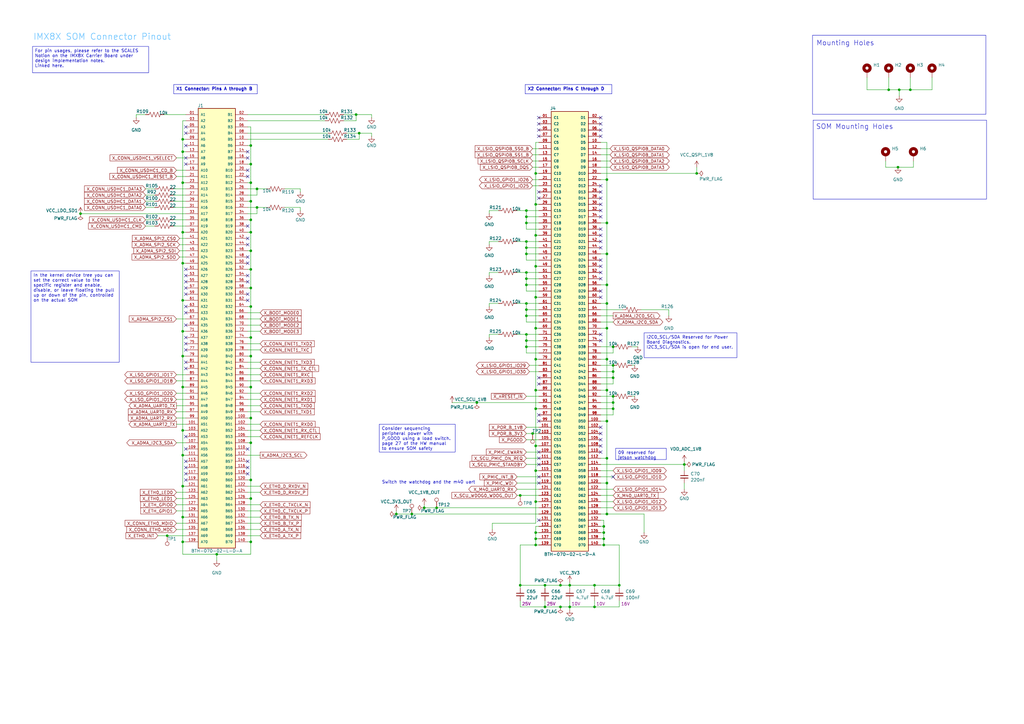
<source format=kicad_sch>
(kicad_sch (version 20250114) (generator "eeschema") (generator_version "9.0")
  (paper "A3")
  (rectangle (start 333.248 14.478) (end 404.368 46.863))
  (rectangle (start 333.502 49.276) (end 404.622 81.661))
  (text "Mounting Holes" (at 346.71 17.78 0) (effects (font (size 2.032 2.032) (thickness 0.1524) (bold yes))))
  (text "Switch the watchdog and the m40 uart" (at 175.768 197.866 0) (effects (font (size 1.27 1.27))))
  (text "SOM Mounting Holes" (at 350.52 52.07 0) (effects (font (size 2.032 2.032) (thickness 0.1524) (bold yes))))
  (text "IMX8X SOM Connector Pinout" (at 41.91 15.24 0) (effects (font (size 2.54 2.54) (thickness 0.254) (bold yes))))
  (text_box "Consider sequencing peripheral power with P_GOOD using a load switch. page 27 of the HW manual to ensure SOM safety" (at 155.575 173.99 0) (size 31.115 11.43) (margins 0.9525 0.9525 0.9525 0.9525) (effects (font (size 1.27 1.27)) (justify left top)))
  (text_box "X2 Connector: Pins C through D" (at 215.392 34.671 0) (size 35.56 3.81) (margins 0.9525 0.9525 0.9525 0.9525) (effects (font (size 1.27 1.27) (thickness 0.254) (bold yes)) (justify left top)))
  (text_box "In the kernel device tree you can set the correct value to the specific register and enable, disable, or leave floating the pull up or down of the pin, controlled on the actual SOM\n" (at 12.7 111.125 0) (size 36.195 37.465) (margins 0.9525 0.9525 0.9525 0.9525) (effects (font (size 1.27 1.27)) (justify left top)))
  (text_box "I2C0_SCL/SDA Reserved for Power Board Diagnostics. \nI2C3_SCL/SDA is open for end user." (at 264.16 136.525 0) (size 38.1 10.16) (margins 0.9525 0.9525 0.9525 0.9525) (effects (font (size 1.27 1.27)) (justify left top)))
  (text_box "09 reserved for jetson watchdog" (at 252.476 183.896 0) (size 20.828 4.572) (margins 0.9525 0.9525 0.9525 0.9525) (effects (font (size 1.27 1.27)) (justify left top)))
  (text_box "For pin usages, please refer to the SCALES Notion on the IMX8X Carrier Board under design implementation notes.\nLinked here." (at 13.335 19.05 0) (size 47.625 10.795) (margins 0.9525 0.9525 0.9525 0.9525) (effects (font (size 1.27 1.27)) (justify left top)))
  (text_box "X1 Connector: Pins A through B" (at 71.247 34.671 0) (size 34.29 3.81) (margins 0.9525 0.9525 0.9525 0.9525) (effects (font (size 1.27 1.27) (thickness 0.254) (bold yes)) (justify left top)))
  (junction (at 251.46 165.1))
  (junction (at 74.93 199.39))
  (junction (at 102.87 95.25))
  (junction (at 223.52 240.03))
  (junction (at 102.87 125.73))
  (junction (at 368.3 68.58))
  (junction (at 233.68 248.92))
  (junction (at 219.71 182.88))
  (junction (at 248.92 124.46))
  (junction (at 215.9 88.9))
  (junction (at 248.92 91.44))
  (junction (at 168.91 210.82))
  (junction (at 368.808 36.83))
  (junction (at 233.68 240.03))
  (junction (at 248.92 210.82))
  (junction (at 219.71 121.92))
  (junction (at 74.93 212.09))
  (junction (at 373.38 36.83))
  (junction (at 219.71 96.52))
  (junction (at 251.46 152.4))
  (junction (at 215.9 137.16))
  (junction (at 213.36 240.03))
  (junction (at 215.9 99.06))
  (junction (at 248.92 116.84))
  (junction (at 102.87 146.05))
  (junction (at 251.46 142.24))
  (junction (at 251.46 154.94))
  (junction (at 254 240.03))
  (junction (at 102.87 102.87))
  (junction (at 102.87 74.93))
  (junction (at 219.71 193.04))
  (junction (at 105.41 77.47))
  (junction (at 248.92 172.72))
  (junction (at 213.36 203.2))
  (junction (at 74.93 176.53))
  (junction (at 215.9 124.46))
  (junction (at 223.52 248.92))
  (junction (at 248.92 147.32))
  (junction (at 215.9 111.76))
  (junction (at 248.92 160.02))
  (junction (at 215.9 129.54))
  (junction (at 215.9 114.3))
  (junction (at 229.87 240.03))
  (junction (at 102.87 222.25))
  (junction (at 248.92 187.96))
  (junction (at 247.65 215.9))
  (junction (at 215.9 139.7))
  (junction (at 219.71 109.22))
  (junction (at 102.87 118.11))
  (junction (at 74.93 95.25))
  (junction (at 102.87 204.47))
  (junction (at 74.93 222.25))
  (junction (at 215.9 142.24))
  (junction (at 215.9 91.44))
  (junction (at 74.93 57.15))
  (junction (at 219.71 220.98))
  (junction (at 102.87 67.31))
  (junction (at 219.71 147.32))
  (junction (at 219.71 134.62))
  (junction (at 105.41 85.09))
  (junction (at 215.9 101.6))
  (junction (at 251.46 167.64))
  (junction (at 102.87 181.61))
  (junction (at 74.93 186.69))
  (junction (at 280.67 190.5))
  (junction (at 248.92 104.14))
  (junction (at 215.9 116.84))
  (junction (at 219.71 205.74))
  (junction (at 68.58 219.71))
  (junction (at 219.71 83.82))
  (junction (at 146.05 46.99))
  (junction (at 248.92 134.62))
  (junction (at 102.87 110.49))
  (junction (at 102.87 171.45))
  (junction (at 285.75 71.12))
  (junction (at 195.58 165.1))
  (junction (at 247.65 220.98))
  (junction (at 102.87 90.17))
  (junction (at 218.44 177.8))
  (junction (at 219.71 223.52))
  (junction (at 173.99 208.28))
  (junction (at 247.65 223.52))
  (junction (at 74.93 123.19))
  (junction (at 243.84 240.03))
  (junction (at 74.93 158.75))
  (junction (at 74.93 146.05))
  (junction (at 219.71 160.02))
  (junction (at 74.93 74.93))
  (junction (at 215.9 127))
  (junction (at 219.71 167.64))
  (junction (at 364.49 36.83))
  (junction (at 215.9 86.36))
  (junction (at 219.71 218.44))
  (junction (at 102.87 138.43))
  (junction (at 229.87 248.92))
  (junction (at 248.92 198.12))
  (junction (at 179.07 208.28))
  (junction (at 74.93 107.95))
  (junction (at 248.92 73.66))
  (junction (at 102.87 158.75))
  (junction (at 102.87 82.55))
  (junction (at 102.87 59.69))
  (junction (at 88.9 227.33))
  (junction (at 251.46 162.56))
  (junction (at 33.02 87.63))
  (junction (at 74.93 135.89))
  (junction (at 251.46 149.86))
  (junction (at 74.93 62.23))
  (junction (at 215.9 104.14))
  (junction (at 219.71 71.12))
  (junction (at 243.84 248.92))
  (junction (at 162.56 210.82))
  (junction (at 102.87 196.85))
  (junction (at 247.65 218.44))
  (junction (at 147.32 54.61))
  (no_connect (at 246.38 83.82))
  (no_connect (at 101.6 105.41))
  (no_connect (at 246.38 175.26))
  (no_connect (at 76.2 110.49))
  (no_connect (at 246.38 137.16))
  (no_connect (at 101.6 69.85))
  (no_connect (at 246.38 180.34))
  (no_connect (at 76.2 125.73))
  (no_connect (at 220.98 81.28))
  (no_connect (at 76.2 151.13))
  (no_connect (at 101.6 191.77))
  (no_connect (at 76.2 52.07))
  (no_connect (at 220.98 157.48))
  (no_connect (at 101.6 100.33))
  (no_connect (at 246.38 50.8))
  (no_connect (at 220.98 213.36))
  (no_connect (at 246.38 119.38))
  (no_connect (at 220.98 195.58))
  (no_connect (at 246.38 99.06))
  (no_connect (at 76.2 120.65))
  (no_connect (at 246.38 53.34))
  (no_connect (at 220.98 78.74))
  (no_connect (at 220.98 187.96))
  (no_connect (at 220.98 154.94))
  (no_connect (at 246.38 114.3))
  (no_connect (at 220.98 170.18))
  (no_connect (at 76.2 196.85))
  (no_connect (at 76.2 59.69))
  (no_connect (at 101.6 62.23))
  (no_connect (at 101.6 184.15))
  (no_connect (at 220.98 50.8))
  (no_connect (at 246.38 106.68))
  (no_connect (at 76.2 194.31))
  (no_connect (at 251.46 195.58))
  (no_connect (at 246.38 139.7))
  (no_connect (at 220.98 190.5))
  (no_connect (at 101.6 189.23))
  (no_connect (at 76.2 179.07))
  (no_connect (at 246.38 111.76))
  (no_connect (at 246.38 88.9))
  (no_connect (at 101.6 115.57))
  (no_connect (at 220.98 185.42))
  (no_connect (at 101.6 97.79))
  (no_connect (at 101.6 113.03))
  (no_connect (at 246.38 55.88))
  (no_connect (at 76.2 191.77))
  (no_connect (at 246.38 76.2))
  (no_connect (at 76.2 67.31))
  (no_connect (at 101.6 72.39))
  (no_connect (at 246.38 86.36))
  (no_connect (at 246.38 101.6))
  (no_connect (at 246.38 81.28))
  (no_connect (at 76.2 133.35))
  (no_connect (at 76.2 143.51))
  (no_connect (at 246.38 177.8))
  (no_connect (at 220.98 55.88))
  (no_connect (at 246.38 109.22))
  (no_connect (at 246.38 96.52))
  (no_connect (at 220.98 53.34))
  (no_connect (at 246.38 93.98))
  (no_connect (at 101.6 194.31))
  (no_connect (at 76.2 54.61))
  (no_connect (at 76.2 148.59))
  (no_connect (at 246.38 78.74))
  (no_connect (at 76.2 140.97))
  (no_connect (at 101.6 120.65))
  (no_connect (at 76.2 128.27))
  (no_connect (at 76.2 118.11))
  (no_connect (at 220.98 172.72))
  (no_connect (at 246.38 185.42))
  (no_connect (at 101.6 92.71))
  (no_connect (at 76.2 138.43))
  (no_connect (at 220.98 48.26))
  (no_connect (at 76.2 115.57))
  (no_connect (at 101.6 64.77))
  (no_connect (at 76.2 184.15))
  (no_connect (at 101.6 123.19))
  (no_connect (at 246.38 121.92))
  (no_connect (at 220.98 198.12))
  (no_connect (at 76.2 64.77))
  (no_connect (at 101.6 107.95))
  (no_connect (at 76.2 113.03))
  (no_connect (at 76.2 189.23))
  (no_connect (at 246.38 182.88))
  (no_connect (at 246.38 48.26))
  (wire (pts (xy 72.39 72.39) (xy 76.2 72.39)))
  (wire (pts (xy 264.16 218.44) (xy 264.16 210.82)))
  (wire (pts (xy 101.6 90.17) (xy 102.87 90.17)))
  (wire (pts (xy 101.6 196.85) (xy 102.87 196.85)))
  (wire (pts (xy 220.98 147.32) (xy 219.71 147.32)))
  (wire (pts (xy 76.2 158.75) (xy 74.93 158.75)))
  (wire (pts (xy 72.39 69.85) (xy 76.2 69.85)))
  (wire (pts (xy 363.22 66.04) (xy 363.22 68.58)))
  (wire (pts (xy 246.38 58.42) (xy 248.92 58.42)))
  (wire (pts (xy 220.98 142.24) (xy 215.9 142.24)))
  (wire (pts (xy 147.32 54.61) (xy 147.32 57.15)))
  (wire (pts (xy 74.93 212.09) (xy 76.2 212.09)))
  (wire (pts (xy 364.49 31.75) (xy 364.49 36.83)))
  (wire (pts (xy 101.6 80.01) (xy 105.41 80.01)))
  (wire (pts (xy 220.98 119.38) (xy 215.9 119.38)))
  (wire (pts (xy 215.9 175.26) (xy 220.98 175.26)))
  (wire (pts (xy 101.6 161.29) (xy 106.68 161.29)))
  (wire (pts (xy 72.39 161.29) (xy 76.2 161.29)))
  (wire (pts (xy 74.93 222.25) (xy 76.2 222.25)))
  (wire (pts (xy 246.38 157.48) (xy 251.46 157.48)))
  (wire (pts (xy 101.6 138.43) (xy 102.87 138.43)))
  (wire (pts (xy 200.66 137.16) (xy 200.66 138.43)))
  (wire (pts (xy 233.68 248.92) (xy 233.68 250.19)))
  (wire (pts (xy 101.6 49.53) (xy 133.35 49.53)))
  (wire (pts (xy 88.9 229.87) (xy 88.9 227.33)))
  (wire (pts (xy 246.38 165.1) (xy 251.46 165.1)))
  (wire (pts (xy 102.87 90.17) (xy 102.87 95.25)))
  (wire (pts (xy 101.6 85.09) (xy 105.41 85.09)))
  (wire (pts (xy 215.9 93.98) (xy 215.9 91.44)))
  (wire (pts (xy 215.9 137.16) (xy 220.98 137.16)))
  (wire (pts (xy 105.41 80.01) (xy 105.41 77.47)))
  (wire (pts (xy 251.46 142.24) (xy 251.46 144.78)))
  (wire (pts (xy 246.38 129.54) (xy 251.46 129.54)))
  (wire (pts (xy 220.98 132.08) (xy 215.9 132.08)))
  (wire (pts (xy 72.39 156.21) (xy 76.2 156.21)))
  (wire (pts (xy 213.36 240.03) (xy 223.52 240.03)))
  (wire (pts (xy 251.46 149.86) (xy 251.46 152.4)))
  (wire (pts (xy 101.6 171.45) (xy 102.87 171.45)))
  (wire (pts (xy 246.38 91.44) (xy 248.92 91.44)))
  (wire (pts (xy 248.92 73.66) (xy 248.92 91.44)))
  (wire (pts (xy 280.67 190.5) (xy 280.67 193.04)))
  (wire (pts (xy 74.93 123.19) (xy 74.93 135.89)))
  (wire (pts (xy 33.02 87.63) (xy 76.2 87.63)))
  (wire (pts (xy 254 241.3) (xy 254 240.03)))
  (wire (pts (xy 204.47 137.16) (xy 200.66 137.16)))
  (wire (pts (xy 246.38 142.24) (xy 251.46 142.24)))
  (wire (pts (xy 215.9 132.08) (xy 215.9 129.54)))
  (wire (pts (xy 215.9 86.36) (xy 220.98 86.36)))
  (wire (pts (xy 142.24 54.61) (xy 147.32 54.61)))
  (wire (pts (xy 219.71 83.82) (xy 219.71 71.12)))
  (wire (pts (xy 220.98 220.98) (xy 219.71 220.98)))
  (wire (pts (xy 220.98 114.3) (xy 215.9 114.3)))
  (wire (pts (xy 102.87 118.11) (xy 102.87 125.73)))
  (wire (pts (xy 64.77 219.71) (xy 68.58 219.71)))
  (wire (pts (xy 246.38 160.02) (xy 248.92 160.02)))
  (wire (pts (xy 101.6 201.93) (xy 106.68 201.93)))
  (wire (pts (xy 220.98 139.7) (xy 215.9 139.7)))
  (wire (pts (xy 147.32 57.15) (xy 142.24 57.15)))
  (wire (pts (xy 72.39 163.83) (xy 76.2 163.83)))
  (wire (pts (xy 102.87 146.05) (xy 102.87 158.75)))
  (wire (pts (xy 220.98 134.62) (xy 219.71 134.62)))
  (wire (pts (xy 152.4 54.61) (xy 152.4 55.88)))
  (wire (pts (xy 74.93 95.25) (xy 74.93 107.95)))
  (wire (pts (xy 200.66 111.76) (xy 200.66 113.03)))
  (wire (pts (xy 246.38 149.86) (xy 251.46 149.86)))
  (wire (pts (xy 247.65 213.36) (xy 247.65 215.9)))
  (wire (pts (xy 101.6 148.59) (xy 106.68 148.59)))
  (wire (pts (xy 220.98 96.52) (xy 219.71 96.52)))
  (wire (pts (xy 254 248.92) (xy 243.84 248.92)))
  (wire (pts (xy 105.41 87.63) (xy 105.41 85.09)))
  (wire (pts (xy 254 246.38) (xy 254 248.92)))
  (wire (pts (xy 101.6 214.63) (xy 106.68 214.63)))
  (wire (pts (xy 101.6 143.51) (xy 106.68 143.51)))
  (wire (pts (xy 105.41 77.47) (xy 109.22 77.47)))
  (wire (pts (xy 59.69 77.47) (xy 63.5 77.47)))
  (wire (pts (xy 152.4 46.99) (xy 152.4 48.26)))
  (wire (pts (xy 102.87 102.87) (xy 102.87 110.49)))
  (wire (pts (xy 59.69 85.09) (xy 63.5 85.09)))
  (wire (pts (xy 72.39 173.99) (xy 76.2 173.99)))
  (wire (pts (xy 101.6 209.55) (xy 106.68 209.55)))
  (wire (pts (xy 76.2 107.95) (xy 74.93 107.95)))
  (wire (pts (xy 220.98 88.9) (xy 215.9 88.9)))
  (wire (pts (xy 223.52 248.92) (xy 229.87 248.92)))
  (wire (pts (xy 248.92 187.96) (xy 246.38 187.96)))
  (wire (pts (xy 229.87 240.03) (xy 233.68 240.03)))
  (wire (pts (xy 59.69 46.99) (xy 55.88 46.99)))
  (wire (pts (xy 229.87 248.92) (xy 233.68 248.92)))
  (wire (pts (xy 246.38 73.66) (xy 248.92 73.66)))
  (wire (pts (xy 248.92 198.12) (xy 248.92 187.96)))
  (wire (pts (xy 74.93 57.15) (xy 76.2 57.15)))
  (wire (pts (xy 248.92 58.42) (xy 248.92 73.66)))
  (wire (pts (xy 59.69 80.01) (xy 63.5 80.01)))
  (wire (pts (xy 74.93 227.33) (xy 74.93 222.25)))
  (wire (pts (xy 212.09 203.2) (xy 213.36 203.2)))
  (wire (pts (xy 248.92 187.96) (xy 248.92 172.72)))
  (wire (pts (xy 213.36 248.92) (xy 223.52 248.92)))
  (wire (pts (xy 246.38 134.62) (xy 248.92 134.62)))
  (wire (pts (xy 74.93 74.93) (xy 76.2 74.93)))
  (wire (pts (xy 212.09 200.66) (xy 220.98 200.66)))
  (wire (pts (xy 218.44 177.8) (xy 220.98 177.8)))
  (wire (pts (xy 101.6 212.09) (xy 106.68 212.09)))
  (wire (pts (xy 251.46 162.56) (xy 251.46 165.1)))
  (wire (pts (xy 259.08 142.24) (xy 261.62 142.24)))
  (wire (pts (xy 248.92 160.02) (xy 248.92 172.72)))
  (wire (pts (xy 250.19 66.04) (xy 246.38 66.04)))
  (wire (pts (xy 201.93 214.63) (xy 201.93 217.17)))
  (wire (pts (xy 204.47 99.06) (xy 200.66 99.06)))
  (wire (pts (xy 233.68 240.03) (xy 233.68 241.3)))
  (wire (pts (xy 219.71 134.62) (xy 219.71 147.32)))
  (wire (pts (xy 248.92 91.44) (xy 248.92 104.14)))
  (wire (pts (xy 280.67 189.23) (xy 280.67 190.5)))
  (wire (pts (xy 219.71 215.9) (xy 219.71 218.44)))
  (wire (pts (xy 246.38 170.18) (xy 251.46 170.18)))
  (wire (pts (xy 101.6 125.73) (xy 102.87 125.73)))
  (wire (pts (xy 220.98 104.14) (xy 215.9 104.14)))
  (wire (pts (xy 72.39 64.77) (xy 76.2 64.77)))
  (wire (pts (xy 106.68 133.35) (xy 101.6 133.35)))
  (wire (pts (xy 212.09 137.16) (xy 215.9 137.16)))
  (wire (pts (xy 218.44 63.5) (xy 220.98 63.5)))
  (wire (pts (xy 74.93 199.39) (xy 74.93 212.09)))
  (wire (pts (xy 233.68 248.92) (xy 243.84 248.92)))
  (wire (pts (xy 74.93 176.53) (xy 74.93 186.69)))
  (wire (pts (xy 355.6 31.75) (xy 355.6 36.83)))
  (wire (pts (xy 102.87 52.07) (xy 102.87 59.69)))
  (wire (pts (xy 101.6 217.17) (xy 106.68 217.17)))
  (wire (pts (xy 219.71 182.88) (xy 220.98 182.88)))
  (wire (pts (xy 285.75 71.12) (xy 285.75 68.58)))
  (wire (pts (xy 364.49 36.83) (xy 368.808 36.83)))
  (wire (pts (xy 102.87 138.43) (xy 102.87 146.05)))
  (wire (pts (xy 179.07 208.28) (xy 220.98 208.28)))
  (wire (pts (xy 101.6 95.25) (xy 102.87 95.25)))
  (wire (pts (xy 101.6 87.63) (xy 105.41 87.63)))
  (wire (pts (xy 248.92 134.62) (xy 248.92 147.32)))
  (wire (pts (xy 74.93 186.69) (xy 74.93 199.39)))
  (wire (pts (xy 71.12 90.17) (xy 76.2 90.17)))
  (wire (pts (xy 215.9 187.96) (xy 220.98 187.96)))
  (wire (pts (xy 246.38 200.66) (xy 251.46 200.66)))
  (wire (pts (xy 76.2 186.69) (xy 74.93 186.69)))
  (wire (pts (xy 246.38 154.94) (xy 251.46 154.94)))
  (wire (pts (xy 213.36 203.2) (xy 220.98 203.2)))
  (wire (pts (xy 220.98 160.02) (xy 219.71 160.02)))
  (wire (pts (xy 220.98 58.42) (xy 219.71 58.42)))
  (wire (pts (xy 101.6 77.47) (xy 105.41 77.47)))
  (wire (pts (xy 220.98 223.52) (xy 219.71 223.52)))
  (wire (pts (xy 215.9 162.56) (xy 220.98 162.56)))
  (wire (pts (xy 374.65 66.04) (xy 374.65 68.58)))
  (wire (pts (xy 215.9 106.68) (xy 215.9 104.14)))
  (wire (pts (xy 71.12 80.01) (xy 76.2 80.01)))
  (wire (pts (xy 212.09 124.46) (xy 215.9 124.46)))
  (wire (pts (xy 218.44 60.96) (xy 220.98 60.96)))
  (wire (pts (xy 101.6 163.83) (xy 106.68 163.83)))
  (wire (pts (xy 220.98 218.44) (xy 219.71 218.44)))
  (wire (pts (xy 220.98 109.22) (xy 219.71 109.22)))
  (wire (pts (xy 147.32 54.61) (xy 152.4 54.61)))
  (wire (pts (xy 71.12 85.09) (xy 76.2 85.09)))
  (wire (pts (xy 101.6 199.39) (xy 106.68 199.39)))
  (wire (pts (xy 251.46 165.1) (xy 251.46 167.64)))
  (wire (pts (xy 219.71 109.22) (xy 219.71 121.92)))
  (wire (pts (xy 368.808 36.83) (xy 373.38 36.83)))
  (wire (pts (xy 146.05 49.53) (xy 140.97 49.53)))
  (wire (pts (xy 220.98 121.92) (xy 219.71 121.92)))
  (wire (pts (xy 220.98 116.84) (xy 215.9 116.84)))
  (wire (pts (xy 246.38 152.4) (xy 251.46 152.4)))
  (wire (pts (xy 250.19 68.58) (xy 246.38 68.58)))
  (wire (pts (xy 195.58 165.1) (xy 185.42 165.1)))
  (wire (pts (xy 116.84 85.09) (xy 123.19 85.09)))
  (wire (pts (xy 220.98 215.9) (xy 219.71 215.9)))
  (wire (pts (xy 246.38 116.84) (xy 248.92 116.84)))
  (wire (pts (xy 123.19 77.47) (xy 123.19 78.74)))
  (wire (pts (xy 246.38 193.04) (xy 251.46 193.04)))
  (wire (pts (xy 250.19 63.5) (xy 246.38 63.5)))
  (wire (pts (xy 217.17 149.86) (xy 220.98 149.86)))
  (wire (pts (xy 101.6 110.49) (xy 102.87 110.49)))
  (wire (pts (xy 248.92 198.12) (xy 246.38 198.12)))
  (wire (pts (xy 204.47 86.36) (xy 200.66 86.36)))
  (wire (pts (xy 76.2 176.53) (xy 74.93 176.53)))
  (wire (pts (xy 106.68 128.27) (xy 101.6 128.27)))
  (wire (pts (xy 219.71 147.32) (xy 219.71 160.02)))
  (wire (pts (xy 262.89 127) (xy 274.32 127)))
  (wire (pts (xy 102.87 204.47) (xy 102.87 222.25)))
  (wire (pts (xy 74.93 158.75) (xy 74.93 176.53)))
  (wire (pts (xy 246.38 132.08) (xy 251.46 132.08)))
  (wire (pts (xy 251.46 152.4) (xy 251.46 154.94)))
  (wire (pts (xy 168.91 210.82) (xy 220.98 210.82)))
  (wire (pts (xy 74.93 123.19) (xy 74.93 107.95)))
  (wire (pts (xy 223.52 240.03) (xy 229.87 240.03)))
  (wire (pts (xy 246.38 190.5) (xy 280.67 190.5)))
  (wire (pts (xy 215.9 114.3) (xy 215.9 111.76)))
  (wire (pts (xy 102.87 158.75) (xy 102.87 171.45)))
  (wire (pts (xy 248.92 172.72) (xy 246.38 172.72)))
  (wire (pts (xy 215.9 88.9) (xy 215.9 91.44)))
  (wire (pts (xy 220.98 144.78) (xy 215.9 144.78)))
  (wire (pts (xy 246.38 205.74) (xy 251.46 205.74)))
  (wire (pts (xy 101.6 54.61) (xy 134.62 54.61)))
  (wire (pts (xy 382.27 31.75) (xy 382.27 36.83)))
  (wire (pts (xy 219.71 223.52) (xy 219.71 220.98)))
  (wire (pts (xy 72.39 207.01) (xy 76.2 207.01)))
  (wire (pts (xy 246.38 162.56) (xy 251.46 162.56)))
  (wire (pts (xy 259.08 162.56) (xy 260.35 162.56)))
  (wire (pts (xy 101.6 67.31) (xy 102.87 67.31)))
  (wire (pts (xy 102.87 227.33) (xy 88.9 227.33)))
  (wire (pts (xy 246.38 104.14) (xy 248.92 104.14)))
  (wire (pts (xy 101.6 219.71) (xy 106.68 219.71)))
  (wire (pts (xy 67.31 46.99) (xy 76.2 46.99)))
  (wire (pts (xy 76.2 135.89) (xy 74.93 135.89)))
  (wire (pts (xy 251.46 144.78) (xy 246.38 144.78)))
  (wire (pts (xy 212.09 111.76) (xy 215.9 111.76)))
  (wire (pts (xy 102.87 110.49) (xy 102.87 118.11)))
  (wire (pts (xy 74.93 49.53) (xy 74.93 57.15)))
  (wire (pts (xy 246.38 124.46) (xy 248.92 124.46)))
  (wire (pts (xy 101.6 179.07) (xy 106.68 179.07)))
  (wire (pts (xy 215.9 88.9) (xy 215.9 86.36)))
  (wire (pts (xy 219.71 182.88) (xy 219.71 193.04)))
  (wire (pts (xy 246.38 215.9) (xy 247.65 215.9)))
  (wire (pts (xy 220.98 205.74) (xy 219.71 205.74)))
  (wire (pts (xy 101.6 207.01) (xy 106.68 207.01)))
  (wire (pts (xy 102.87 67.31) (xy 102.87 74.93)))
  (wire (pts (xy 101.6 186.69) (xy 106.68 186.69)))
  (wire (pts (xy 101.6 82.55) (xy 102.87 82.55)))
  (wire (pts (xy 173.99 208.28) (xy 179.07 208.28)))
  (wire (pts (xy 215.9 177.8) (xy 218.44 177.8)))
  (wire (pts (xy 101.6 156.21) (xy 106.68 156.21)))
  (wire (pts (xy 101.6 153.67) (xy 106.68 153.67)))
  (wire (pts (xy 102.87 171.45) (xy 102.87 181.61)))
  (wire (pts (xy 219.71 121.92) (xy 219.71 134.62)))
  (wire (pts (xy 68.58 219.71) (xy 76.2 219.71)))
  (wire (pts (xy 102.87 82.55) (xy 102.87 90.17)))
  (wire (pts (xy 76.2 123.19) (xy 74.93 123.19)))
  (wire (pts (xy 102.87 125.73) (xy 102.87 138.43)))
  (wire (pts (xy 72.39 214.63) (xy 76.2 214.63)))
  (wire (pts (xy 123.19 85.09) (xy 123.19 86.36)))
  (wire (pts (xy 220.98 127) (xy 215.9 127)))
  (wire (pts (xy 215.9 139.7) (xy 215.9 142.24)))
  (wire (pts (xy 101.6 173.99) (xy 106.68 173.99)))
  (wire (pts (xy 74.93 57.15) (xy 74.93 62.23)))
  (wire (pts (xy 246.38 223.52) (xy 247.65 223.52)))
  (wire (pts (xy 195.58 165.1) (xy 220.98 165.1)))
  (wire (pts (xy 246.38 203.2) (xy 251.46 203.2)))
  (wire (pts (xy 219.71 167.64) (xy 219.71 182.88)))
  (wire (pts (xy 246.38 213.36) (xy 247.65 213.36)))
  (wire (pts (xy 248.92 124.46) (xy 248.92 134.62)))
  (wire (pts (xy 73.66 100.33) (xy 76.2 100.33)))
  (wire (pts (xy 220.98 106.68) (xy 215.9 106.68)))
  (wire (pts (xy 219.71 214.63) (xy 201.93 214.63)))
  (wire (pts (xy 102.87 74.93) (xy 102.87 82.55)))
  (wire (pts (xy 233.68 246.38) (xy 233.68 248.92)))
  (wire (pts (xy 74.93 74.93) (xy 74.93 95.25)))
  (wire (pts (xy 102.87 196.85) (xy 102.87 204.47)))
  (wire (pts (xy 105.41 85.09) (xy 109.22 85.09)))
  (wire (pts (xy 212.09 86.36) (xy 215.9 86.36)))
  (wire (pts (xy 220.98 129.54) (xy 215.9 129.54)))
  (wire (pts (xy 368.808 36.83) (xy 368.808 39.37)))
  (wire (pts (xy 101.6 52.07) (xy 102.87 52.07)))
  (wire (pts (xy 246.38 208.28) (xy 251.46 208.28)))
  (wire (pts (xy 220.98 101.6) (xy 215.9 101.6)))
  (wire (pts (xy 363.22 68.58) (xy 368.3 68.58)))
  (wire (pts (xy 213.36 223.52) (xy 213.36 240.03)))
  (wire (pts (xy 218.44 68.58) (xy 220.98 68.58)))
  (wire (pts (xy 73.66 105.41) (xy 76.2 105.41)))
  (wire (pts (xy 219.71 205.74) (xy 219.71 193.04)))
  (wire (pts (xy 73.66 102.87) (xy 76.2 102.87)))
  (wire (pts (xy 74.93 212.09) (xy 74.93 222.25)))
  (wire (pts (xy 215.9 139.7) (xy 215.9 137.16)))
  (wire (pts (xy 219.71 83.82) (xy 219.71 96.52)))
  (wire (pts (xy 71.12 77.47) (xy 76.2 77.47)))
  (wire (pts (xy 254 240.03) (xy 243.84 240.03)))
  (wire (pts (xy 72.39 130.81) (xy 76.2 130.81)))
  (wire (pts (xy 72.39 153.67) (xy 76.2 153.67)))
  (wire (pts (xy 76.2 95.25) (xy 74.93 95.25)))
  (wire (pts (xy 248.92 147.32) (xy 248.92 160.02)))
  (wire (pts (xy 71.12 82.55) (xy 76.2 82.55)))
  (wire (pts (xy 72.39 204.47) (xy 76.2 204.47)))
  (wire (pts (xy 223.52 246.38) (xy 223.52 248.92)))
  (wire (pts (xy 248.92 104.14) (xy 248.92 116.84)))
  (wire (pts (xy 106.68 135.89) (xy 101.6 135.89)))
  (wire (pts (xy 215.9 99.06) (xy 220.98 99.06)))
  (wire (pts (xy 200.66 86.36) (xy 200.66 87.63)))
  (wire (pts (xy 246.38 71.12) (xy 285.75 71.12)))
  (wire (pts (xy 74.93 62.23) (xy 74.93 74.93)))
  (wire (pts (xy 173.99 208.28) (xy 173.99 207.01)))
  (wire (pts (xy 219.71 160.02) (xy 219.71 167.64)))
  (wire (pts (xy 102.87 95.25) (xy 102.87 102.87)))
  (wire (pts (xy 106.68 130.81) (xy 101.6 130.81)))
  (wire (pts (xy 220.98 93.98) (xy 215.9 93.98)))
  (wire (pts (xy 215.9 101.6) (xy 215.9 104.14)))
  (wire (pts (xy 102.87 222.25) (xy 102.87 227.33)))
  (wire (pts (xy 162.56 210.82) (xy 162.56 209.55)))
  (wire (pts (xy 251.46 154.94) (xy 251.46 157.48)))
  (wire (pts (xy 246.38 147.32) (xy 248.92 147.32)))
  (wire (pts (xy 248.92 116.84) (xy 248.92 124.46)))
  (wire (pts (xy 264.16 210.82) (xy 248.92 210.82)))
  (wire (pts (xy 101.6 146.05) (xy 102.87 146.05)))
  (wire (pts (xy 101.6 176.53) (xy 106.68 176.53)))
  (wire (pts (xy 215.9 127) (xy 215.9 129.54)))
  (wire (pts (xy 204.47 111.76) (xy 200.66 111.76)))
  (wire (pts (xy 215.9 111.76) (xy 220.98 111.76)))
  (wire (pts (xy 251.46 167.64) (xy 251.46 170.18)))
  (wire (pts (xy 219.71 205.74) (xy 219.71 214.63)))
  (wire (pts (xy 101.6 181.61) (xy 102.87 181.61)))
  (wire (pts (xy 247.65 218.44) (xy 247.65 220.98)))
  (wire (pts (xy 246.38 218.44) (xy 247.65 218.44)))
  (wire (pts (xy 219.71 193.04) (xy 220.98 193.04)))
  (wire (pts (xy 72.39 209.55) (xy 76.2 209.55)))
  (wire (pts (xy 72.39 181.61) (xy 76.2 181.61)))
  (wire (pts (xy 101.6 57.15) (xy 134.62 57.15)))
  (wire (pts (xy 215.9 127) (xy 215.9 124.46)))
  (wire (pts (xy 116.84 77.47) (xy 123.19 77.47)))
  (wire (pts (xy 223.52 240.03) (xy 223.52 241.3)))
  (wire (pts (xy 71.12 92.71) (xy 76.2 92.71)))
  (wire (pts (xy 59.69 92.71) (xy 63.5 92.71)))
  (wire (pts (xy 76.2 49.53) (xy 74.93 49.53)))
  (wire (pts (xy 101.6 74.93) (xy 102.87 74.93)))
  (wire (pts (xy 101.6 168.91) (xy 106.68 168.91)))
  (wire (pts (xy 233.68 240.03) (xy 233.68 238.76)))
  (wire (pts (xy 101.6 59.69) (xy 102.87 59.69)))
  (wire (pts (xy 220.98 91.44) (xy 215.9 91.44)))
  (wire (pts (xy 215.9 144.78) (xy 215.9 142.24)))
  (wire (pts (xy 215.9 114.3) (xy 215.9 116.84)))
  (wire (pts (xy 101.6 140.97) (xy 106.68 140.97)))
  (wire (pts (xy 246.38 220.98) (xy 247.65 220.98)))
  (wire (pts (xy 247.65 220.98) (xy 247.65 223.52)))
  (wire (pts (xy 219.71 96.52) (xy 219.71 109.22)))
  (wire (pts (xy 219.71 58.42) (xy 219.71 71.12)))
  (wire (pts (xy 72.39 201.93) (xy 76.2 201.93)))
  (wire (pts (xy 246.38 210.82) (xy 248.92 210.82)))
  (wire (pts (xy 250.19 60.96) (xy 246.38 60.96)))
  (wire (pts (xy 55.88 46.99) (xy 55.88 48.26)))
  (wire (pts (xy 72.39 217.17) (xy 76.2 217.17)))
  (wire (pts (xy 355.6 36.83) (xy 364.49 36.83)))
  (wire (pts (xy 243.84 246.38) (xy 243.84 248.92)))
  (wire (pts (xy 72.39 171.45) (xy 76.2 171.45)))
  (wire (pts (xy 217.17 152.4) (xy 220.98 152.4)))
  (wire (pts (xy 215.9 185.42) (xy 220.98 185.42)))
  (wire (pts (xy 254 223.52) (xy 254 240.03)))
  (wire (pts (xy 243.84 240.03) (xy 233.68 240.03)))
  (wire (pts (xy 72.39 168.91) (xy 76.2 168.91)))
  (wire (pts (xy 102.87 59.69) (xy 102.87 67.31)))
  (wire (pts (xy 73.66 97.79) (xy 76.2 97.79)))
  (wire (pts (xy 219.71 218.44) (xy 219.71 220.98)))
  (wire (pts (xy 274.32 129.54) (xy 274.32 127)))
  (wire (pts (xy 101.6 46.99) (xy 133.35 46.99)))
  (wire (pts (xy 280.67 198.12) (xy 280.67 200.66)))
  (wire (pts (xy 215.9 101.6) (xy 215.9 99.06)))
  (wire (pts (xy 102.87 181.61) (xy 102.87 196.85)))
  (wire (pts (xy 101.6 166.37) (xy 106.68 166.37)))
  (wire (pts (xy 259.08 149.86) (xy 260.35 149.86)))
  (wire (pts (xy 218.44 76.2) (xy 220.98 76.2)))
  (wire (pts (xy 219.71 223.52) (xy 213.36 223.52)))
  (wire (pts (xy 218.44 73.66) (xy 220.98 73.66)))
  (wire (pts (xy 215.9 190.5) (xy 220.98 190.5)))
  (wire (pts (xy 246.38 167.64) (xy 251.46 167.64)))
  (wire (pts (xy 101.6 118.11) (xy 102.87 118.11)))
  (wire (pts (xy 246.38 195.58) (xy 251.46 195.58)))
  (wire (pts (xy 215.9 119.38) (xy 215.9 116.84)))
  (wire (pts (xy 101.6 158.75) (xy 102.87 158.75)))
  (wire (pts (xy 200.66 99.06) (xy 200.66 100.33)))
  (wire (pts (xy 246.38 127) (xy 255.27 127)))
  (wire (pts (xy 243.84 241.3) (xy 243.84 240.03)))
  (wire (pts (xy 247.65 215.9) (xy 247.65 218.44)))
  (wire (pts (xy 212.09 195.58) (xy 220.98 195.58)))
  (wire (pts (xy 88.9 227.33) (xy 74.93 227.33)))
  (wire (pts (xy 213.36 241.3) (xy 213.36 240.03)))
  (wire (pts (xy 76.2 199.39) (xy 74.93 199.39)))
  (wire (pts (xy 247.65 223.52) (xy 254 223.52)))
  (wire (pts (xy 162.56 210.82) (xy 168.91 210.82)))
  (wire (pts (xy 59.69 82.55) (xy 63.5 82.55)))
  (wire (pts (xy 200.66 124.46) (xy 200.66 125.73)))
  (wire (pts (xy 248.92 210.82) (xy 248.92 198.12)))
  (wire (pts (xy 368.3 68.58) (xy 374.65 68.58)))
  (wire (pts (xy 101.6 151.13) (xy 106.68 151.13)))
  (wire (pts (xy 74.93 62.23) (xy 76.2 62.23)))
  (wire (pts (xy 373.38 36.83) (xy 382.27 36.83)))
  (wire (pts (xy 101.6 222.25) (xy 102.87 222.25)))
  (wire (pts (xy 212.09 99.06) (xy 215.9 99.06)))
  (wire (pts (xy 219.71 167.64) (xy 220.98 167.64)))
  (wire (pts (xy 204.47 124.46) (xy 200.66 124.46)))
  (wire (pts (xy 101.6 204.47) (xy 102.87 204.47)))
  (wire (pts (xy 74.93 135.89) (xy 74.93 146.05)))
  (wire (pts (xy 76.2 146.05) (xy 74.93 146.05)))
  (wire (pts (xy 59.69 90.17) (xy 63.5 90.17)))
  (wire (pts (xy 219.71 71.12) (xy 220.98 71.12)))
  (wire (pts (xy 215.9 124.46) (xy 220.98 124.46)))
  (wire (pts (xy 74.93 146.05) (xy 74.93 158.75)))
  (wire (pts (xy 146.05 46.99) (xy 146.05 49.53)))
  (wire (pts (xy 146.05 46.99) (xy 152.4 46.99)))
  (wire (pts (xy 212.09 198.12) (xy 220.98 198.12)))
  (wire (pts (xy 101.6 102.87) (xy 102.87 102.87)))
  (wire (pts (xy 213.36 246.38) (xy 213.36 248.92)))
  (wire (pts (xy 72.39 166.37) (xy 76.2 166.37)))
  (wire (pts (xy 373.38 31.75) (xy 373.38 36.83)))
  (wire (pts (xy 218.44 66.04) (xy 220.98 66.04)))
  (wire (pts (xy 219.71 83.82) (xy 220.98 83.82)))
  (wire (pts (xy 215.9 180.34) (xy 220.98 180.34)))
  (wire (pts (xy 140.97 46.99) (xy 146.05 46.99)))
  (global_label "X_CONN_ENET1_TXD2" (shape input) (at 106.68 140.97 0) (property "Intersheetrefs" "${INTERSHEET_REFS}" (effects (hide yes))))
  (global_label "X_BOOT_MODE3" (shape input) (at 106.68 135.89 0) (property "Intersheetrefs" "${INTERSHEET_REFS}" (effects (hide yes))))
  (global_label "X_LSIO_GPIO1_IO13" (shape bidirectional) (at 251.46 208.28 0) (property "Intersheetrefs" "${INTERSHEET_REFS}" (effects (hide yes))))
  (global_label "X_PGOOD" (shape input) (at 215.9 180.34 180) (property "Intersheetrefs" "${INTERSHEET_REFS}" (effects (hide yes))))
  (global_label "X_ADMA_UART0_TX" (shape output) (at 72.39 166.37 180) (property "Intersheetrefs" "${INTERSHEET_REFS}" (effects (hide yes))))
  (global_label "X_ADMA_I2C0_SCL" (shape output) (at 251.46 129.54 0) (property "Intersheetrefs" "${INTERSHEET_REFS}" (effects (hide yes))))
  (global_label "~{X_nRESET_IN}" (shape input) (at 215.9 162.56 180) (property "Intersheetrefs" "${INTERSHEET_REFS}" (effects (hide yes))))
  (global_label "X_ADMA_UART0_RX" (shape input) (at 72.39 168.91 180) (property "Intersheetrefs" "${INTERSHEET_REFS}" (effects (hide yes))))
  (global_label "X_PMIC_EWARN" (shape input) (at 215.9 185.42 180) (property "Intersheetrefs" "${INTERSHEET_REFS}" (effects (hide yes))))
  (global_label "X_CONN_ENET1_RXD0" (shape input) (at 106.68 173.99 0) (property "Intersheetrefs" "${INTERSHEET_REFS}" (effects (hide yes))))
  (global_label "X_BOOT_MODE0" (shape input) (at 106.68 128.27 0) (property "Intersheetrefs" "${INTERSHEET_REFS}" (effects (hide yes))))
  (global_label "X_ADMA_SPI2_SDO" (shape input) (at 73.66 105.41 180) (property "Intersheetrefs" "${INTERSHEET_REFS}" (effects (hide yes))))
  (global_label "X_CONN_ENET1_RXC" (shape input) (at 106.68 153.67 0) (property "Intersheetrefs" "${INTERSHEET_REFS}" (effects (hide yes))))
  (global_label "X_ETH0_D_RXDV_N" (shape input) (at 106.68 199.39 0) (property "Intersheetrefs" "${INTERSHEET_REFS}" (effects (hide yes))))
  (global_label "X_LSIO_QSPI0B_DATA3" (shape bidirectional) (at 250.19 68.58 0) (property "Intersheetrefs" "${INTERSHEET_REFS}" (effects (hide yes))))
  (global_label "X_CONN_ENET1_REFCLK" (shape input) (at 106.68 179.07 0) (property "Intersheetrefs" "${INTERSHEET_REFS}" (effects (hide yes))))
  (global_label "X_CONN_ENET1_RXD2" (shape input) (at 106.68 161.29 0) (property "Intersheetrefs" "${INTERSHEET_REFS}" (effects (hide yes))))
  (global_label "X_ETH0_A_TX_P" (shape input) (at 106.68 219.71 0) (property "Intersheetrefs" "${INTERSHEET_REFS}" (effects (hide yes))))
  (global_label "X_SCU_WDOG0_WDOG_OUT" (shape input) (at 212.09 203.2 180) (property "Intersheetrefs" "${INTERSHEET_REFS}" (effects (hide yes))))
  (global_label "X_CONN_ENET1_TXC" (shape input) (at 106.68 143.51 0) (property "Intersheetrefs" "${INTERSHEET_REFS}" (effects (hide yes))))
  (global_label "X_PMIC_INT_B" (shape input) (at 212.09 195.58 180) (property "Intersheetrefs" "${INTERSHEET_REFS}" (effects (hide yes))))
  (global_label "X_ADMA_SPI2_SCK" (shape input) (at 73.66 100.33 180) (property "Intersheetrefs" "${INTERSHEET_REFS}" (effects (hide yes))))
  (global_label "X_LSIO_GPIO1_IO30" (shape bidirectional) (at 217.17 152.4 180) (property "Intersheetrefs" "${INTERSHEET_REFS}" (effects (hide yes))))
  (global_label "X_BOOT_MODE1" (shape input) (at 106.68 130.81 0) (property "Intersheetrefs" "${INTERSHEET_REFS}" (effects (hide yes))))
  (global_label "X_ADMA_I2C0_SDA" (shape bidirectional) (at 251.46 132.08 0) (property "Intersheetrefs" "${INTERSHEET_REFS}" (effects (hide yes))))
  (global_label "X_POR_B_3V3" (shape input) (at 215.9 177.8 180) (property "Intersheetrefs" "${INTERSHEET_REFS}" (effects (hide yes))))
  (global_label "X_LSIO_GPIO1_IO09" (shape bidirectional) (at 251.46 193.04 0) (property "Intersheetrefs" "${INTERSHEET_REFS}" (effects (hide yes))))
  (global_label "X_LSIO_QSPI0B_DATA0" (shape bidirectional) (at 250.19 60.96 0) (property "Intersheetrefs" "${INTERSHEET_REFS}" (effects (hide yes))))
  (global_label "X_ADMA_I2C3_SDA" (shape bidirectional) (at 72.39 181.61 180) (property "Intersheetrefs" "${INTERSHEET_REFS}" (effects (hide yes))))
  (global_label "X_LSIO_QSPI0B_SCLK" (shape input) (at 218.44 66.04 180) (property "Intersheetrefs" "${INTERSHEET_REFS}" (effects (hide yes))))
  (global_label "X_ETH0_B_TX_P" (shape input) (at 106.68 214.63 0) (property "Intersheetrefs" "${INTERSHEET_REFS}" (effects (hide yes))))
  (global_label "X_PMIC_WDI" (shape input) (at 212.09 198.12 180) (property "Intersheetrefs" "${INTERSHEET_REFS}" (effects (hide yes))))
  (global_label "X_CONN_USDHC1_DATA1" (shape input) (at 59.69 82.55 180) (property "Intersheetrefs" "${INTERSHEET_REFS}" (effects (hide yes))))
  (global_label "X_LSIO_QSPI0B_DATA2" (shape bidirectional) (at 250.19 66.04 0) (property "Intersheetrefs" "${INTERSHEET_REFS}" (effects (hide yes))))
  (global_label "X_M40_UART0_TX" (shape input) (at 251.46 203.2 0) (property "Intersheetrefs" "${INTERSHEET_REFS}" (effects (hide yes))))
  (global_label "X_LSO_GPIO1_IO17" (shape bidirectional) (at 72.39 153.67 180) (property "Intersheetrefs" "${INTERSHEET_REFS}" (effects (hide yes))))
  (global_label "X_ADMA_SPI2_CS0" (shape input) (at 73.66 97.79 180) (property "Intersheetrefs" "${INTERSHEET_REFS}" (effects (hide yes))))
  (global_label "X_CONN_ENET1_TX_CTL" (shape input) (at 106.68 151.13 0) (property "Intersheetrefs" "${INTERSHEET_REFS}" (effects (hide yes))))
  (global_label "X_LSIO_GPIO1_IO29" (shape bidirectional) (at 217.17 149.86 180) (property "Intersheetrefs" "${INTERSHEET_REFS}" (effects (hide yes))))
  (global_label "X_ETH0_B_TX_N" (shape input) (at 106.68 212.09 0) (property "Intersheetrefs" "${INTERSHEET_REFS}" (effects (hide yes))))
  (global_label "X_ETH0_C_TXCLK_P" (shape input) (at 106.68 209.55 0) (property "Intersheetrefs" "${INTERSHEET_REFS}" (effects (hide yes))))
  (global_label "X_LSO_GPIO1_IO19" (shape bidirectional) (at 72.39 163.83 180) (property "Intersheetrefs" "${INTERSHEET_REFS}" (effects (hide yes))))
  (global_label "X_POR_B_1V8" (shape input) (at 215.9 175.26 180) (property "Intersheetrefs" "${INTERSHEET_REFS}" (effects (hide yes))))
  (global_label "X_CONN_ENET1_TXD0" (shape input) (at 106.68 166.37 0) (property "Intersheetrefs" "${INTERSHEET_REFS}" (effects (hide yes))))
  (global_label "X_CONN_ENET1_TXD3" (shape input) (at 106.68 148.59 0) (property "Intersheetrefs" "${INTERSHEET_REFS}" (effects (hide yes))))
  (global_label "X_ETH0_INT" (shape input) (at 64.77 219.71 180) (property "Intersheetrefs" "${INTERSHEET_REFS}" (effects (hide yes))))
  (global_label "X_LSIO_GPIO1_IO26" (shape bidirectional) (at 218.44 73.66 180) (property "Intersheetrefs" "${INTERSHEET_REFS}" (effects (hide yes))))
  (global_label "X_ETH0_LED1" (shape input) (at 72.39 204.47 180) (property "Intersheetrefs" "${INTERSHEET_REFS}" (effects (hide yes))))
  (global_label "X_CONN_USDHC1_DATA2" (shape input) (at 59.69 80.01 180) (property "Intersheetrefs" "${INTERSHEET_REFS}" (effects (hide yes))))
  (global_label "X_ETH0_C_TXCLK_N" (shape input) (at 106.68 207.01 0) (property "Intersheetrefs" "${INTERSHEET_REFS}" (effects (hide yes))))
  (global_label "X_CONN_USDHC1_CD_B" (shape input) (at 72.39 69.85 180) (effects (font (thickness 0.1588))) (property "Intersheetrefs" "${INTERSHEET_REFS}" (effects (hide yes))))
  (global_label "X_SCU_PMIC_ON_REQ" (shape input) (at 215.9 187.96 180) (property "Intersheetrefs" "${INTERSHEET_REFS}" (effects (hide yes))))
  (global_label "X_ADMA_UART2_TX" (shape output) (at 72.39 173.99 180) (property "Intersheetrefs" "${INTERSHEET_REFS}" (effects (hide yes))))
  (global_label "X_CONN_USDHC1_VSELECT" (shape input) (at 72.39 64.77 180) (effects (font (thickness 0.1588))) (property "Intersheetrefs" "${INTERSHEET_REFS}" (effects (hide yes))))
  (global_label "X_CONN_USDHC1_DATA3" (shape input) (at 59.69 77.47 180) (property "Intersheetrefs" "${INTERSHEET_REFS}" (effects (hide yes))))
  (global_label "X_CONN_USDHC1_DATA0" (shape input) (at 59.69 85.09 180) (property "Intersheetrefs" "${INTERSHEET_REFS}" (effects (hide yes))))
  (global_label "X_CONN_ENET1_RXD1" (shape input) (at 106.68 163.83 0) (property "Intersheetrefs" "${INTERSHEET_REFS}" (effects (hide yes))))
  (global_label "X_ETH0_D_RXDV_P" (shape input) (at 106.68 201.93 0) (property "Intersheetrefs" "${INTERSHEET_REFS}" (effects (hide yes))))
  (global_label "X_CONN_USDHC1_CMD" (shape input) (at 59.69 92.71 180) (property "Intersheetrefs" "${INTERSHEET_REFS}" (effects (hide yes))))
  (global_label "X_ADMA_UART2_RX" (shape input) (at 72.39 171.45 180) (property "Intersheetrefs" "${INTERSHEET_REFS}" (effects (hide yes))))
  (global_label "X_LSO_GPIO1_IO18" (shape bidirectional) (at 72.39 156.21 180) (property "Intersheetrefs" "${INTERSHEET_REFS}" (effects (hide yes))))
  (global_label "X_ADMA_I2C3_SCL" (shape output) (at 106.68 186.69 0) (property "Intersheetrefs" "${INTERSHEET_REFS}" (effects (hide yes))))
  (global_label "X_CONN_USDHC1_CLK" (shape input) (at 59.69 90.17 180) (property "Intersheetrefs" "${INTERSHEET_REFS}" (effects (hide yes))))
  (global_label "X_M40_UART0_RX" (shape bidirectional) (at 212.09 200.66 180) (property "Intersheetrefs" "${INTERSHEET_REFS}" (effects (hide yes))))
  (global_label "X_CONN_USDHC1_RESET_B" (shape input) (at 72.39 72.39 180) (effects (font (thickness 0.1588))) (property "Intersheetrefs" "${INTERSHEET_REFS}" (effects (hide yes))))
  (global_label "X_LSIO_GPIO1_IO14" (shape bidirectional) (at 251.46 200.66 0) (property "Intersheetrefs" "${INTERSHEET_REFS}" (effects (hide yes))))
  (global_label "X_CONN_ENET1_TXD1" (shape input) (at 106.68 168.91 0) (property "Intersheetrefs" "${INTERSHEET_REFS}" (effects (hide yes))))
  (global_label "X_ETH0_A_TX_N" (shape input) (at 106.68 217.17 0) (property "Intersheetrefs" "${INTERSHEET_REFS}" (effects (hide yes))))
  (global_label "X_CONN_ENET1_RX_CTL" (shape input) (at 106.68 176.53 0) (property "Intersheetrefs" "${INTERSHEET_REFS}" (effects (hide yes))))
  (global_label "X_ETH0_LED0" (shape input) (at 72.39 201.93 180) (property "Intersheetrefs" "${INTERSHEET_REFS}" (effects (hide yes))))
  (global_label "X_LSIO_QSPIOB_SS0_B" (shape input) (at 218.44 60.96 180) (property "Intersheetrefs" "${INTERSHEET_REFS}" (effects (hide yes))))
  (global_label "X_CONN_ETH0_MDC" (shape input) (at 72.39 217.17 180) (property "Intersheetrefs" "${INTERSHEET_REFS}" (effects (hide yes))))
  (global_label "X_LSIO_QSPI0B_DATA1" (shape bidirectional) (at 250.19 63.5 0) (property "Intersheetrefs" "${INTERSHEET_REFS}" (effects (hide yes))))
  (global_label "X_LSIO_GPIO1_IO25" (shape bidirectional) (at 218.44 76.2 180) (property "Intersheetrefs" "${INTERSHEET_REFS}" (effects (hide yes))))
  (global_label "X_ADMA_SPI2_SDI" (shape input) (at 73.66 102.87 180) (property "Intersheetrefs" "${INTERSHEET_REFS}" (effects (hide yes))))
  (global_label "X_CONN_ETH0_MDIO" (shape input) (at 72.39 214.63 180) (property "Intersheetrefs" "${INTERSHEET_REFS}" (effects (hide yes))))
  (global_label "X_ADMA_SPI2_CS1" (shape input) (at 72.39 130.81 180) (property "Intersheetrefs" "${INTERSHEET_REFS}" (effects (hide yes))))
  (global_label "X_SCU_PMIC_STANDBY" (shape input) (at 215.9 190.5 180) (property "Intersheetrefs" "${INTERSHEET_REFS}" (effects (hide yes))))
  (global_label "X_LSIO_QSPIOB_SS1_B" (shape input) (at 218.44 63.5 180) (property "Intersheetrefs" "${INTERSHEET_REFS}" (effects (hide yes))))
  (global_label "X_BOOT_MODE2" (shape input) (at 106.68 133.35 0) (property "Intersheetrefs" "${INTERSHEET_REFS}" (effects (hide yes))))
  (global_label "X_LSO_GPIO1_IO20" (shape bidirectional) (at 72.39 161.29 180) (property "Intersheetrefs" "${INTERSHEET_REFS}" (effects (hide yes))))
  (global_label "X_ETH_GPIO0" (shape input) (at 72.39 207.01 180) (property "Intersheetrefs" "${INTERSHEET_REFS}" (effects (hide yes))))
  (global_label "X_LSIO_QSPI0B_DQS" (shape input) (at 218.44 68.58 180) (property "Intersheetrefs" "${INTERSHEET_REFS}" (effects (hide yes))))
  (global_label "X_LSIO_GPIO1_IO10" (shape bidirectional) (at 251.46 195.58 0) (property "Intersheetrefs" "${INTERSHEET_REFS}" (effects (hide yes))))
  (global_label "X_LSIO_GPIO1_IO12" (shape bidirectional) (at 251.46 205.74 0) (property "Intersheetrefs" "${INTERSHEET_REFS}" (effects (hide yes))))
  (global_label "X_CONN_ENET1_RXD3" (shape input) (at 106.68 156.21 0) (property "Intersheetrefs" "${INTERSHEET_REFS}" (effects (hide yes))))
  (global_label "X_ETH_GPIO1" (shape input) (at 72.39 209.55 180) (property "Intersheetrefs" "${INTERSHEET_REFS}" (effects (hide yes))))
  (symbol (lib_id "imx8_carrier_board_symbol_library:MountingHole_Pad_M2.5_2.7mm") (at 355.6 29.21 0) (unit 1) (exclude_from_sim yes) (in_bom no)
    (property "Reference" "H1" (at 358.14 26.6699 0) (effects (justify left)))
    (property "Value" "MountingHole_Pad_M2.5_2.7mm" (effects (hide yes)))
    (property "Footprint" "MountingHole:MountingHole_3.2mm_M3_DIN965_Pad" (effects (hide yes)))
    (property "Description" "Mounting Hole with connection as pad named MP" (effects (hide yes)))
  )
  (symbol (lib_id "power:PWR_FLAG") (at 33.02 87.63 180) (unit 1)
    (property "Reference" "#FLG08" (effects (hide yes)))
    (property "Value" "PWR_FLAG" (at 31.75 89.535 0) (effects (justify left)))
    (property "Description" "Special symbol for telling ERC where power comes from" (effects (hide yes)))
  )
  (symbol (lib_id "power:GND") (at 280.67 200.66 0) (unit 1)
    (property "Reference" "#PWR140" (effects (hide yes)))
    (property "Value" "GND" (at 280.67 204.47 0))
    (property "Description" "Power symbol creates a global label with name \"GND\" , ground" (effects (hide yes)))
  )
  (symbol (lib_id "Device:R_US") (at 208.28 99.06 90) (unit 1)
    (property "Reference" "R122" (at 203.2 97.79 90))
    (property "Value" "10k" (at 211.836 98.298 90))
    (property "Footprint" "Resistor_SMD:R_0402_1005Metric" (effects (hide yes)))
    (property "Description" "Resistor, US symbol" (effects (hide yes)))
  )
  (symbol (lib_id "power:GND") (at 152.4 55.88 0) (unit 1)
    (property "Reference" "#PWR0117" (effects (hide yes)))
    (property "Value" "GND" (at 152.4 59.69 0))
    (property "Description" "Power symbol creates a global label with name \"GND\" , ground" (effects (hide yes)))
  )
  (symbol (lib_id "imx8_carrier_board_symbol_library:VCC_LDO_SD1") (at 33.02 87.63 0) (unit 1)
    (property "Reference" "#PWR04" (effects (hide yes)))
    (property "Value" "VCC_LDO_SD1" (at 25.4 86.36 0))
    (property "Description" "Power symbol creates a global label with name \"VCC\"" (effects (hide yes)))
  )
  (symbol (lib_id "power:GND") (at 200.66 113.03 0) (unit 1)
    (property "Reference" "#PWR0148" (effects (hide yes)))
    (property "Value" "GND" (at 200.66 117.475 0))
    (property "Description" "Power symbol creates a global label with name \"GND\" , ground" (effects (hide yes)))
  )
  (symbol (lib_id "Device:R_US") (at 113.03 77.47 270) (unit 1)
    (property "Reference" "R119" (at 118.11 78.74 90))
    (property "Value" "10k" (at 109.474 78.232 90))
    (property "Footprint" "Resistor_SMD:R_0402_1005Metric" (effects (hide yes)))
    (property "Description" "Resistor, US symbol" (effects (hide yes)))
  )
  (symbol (lib_id "Device:R_US") (at 67.31 92.71 90) (unit 1)
    (property "Reference" "R103" (at 62.23 91.44 90))
    (property "Value" "22" (at 70.866 91.948 90))
    (property "Footprint" "Resistor_SMD:R_0402_1005Metric" (effects (hide yes)))
    (property "Description" "Resistor, US symbol" (effects (hide yes)))
  )
  (symbol (lib_id "power:GND") (at 123.19 86.36 0) (unit 1)
    (property "Reference" "#PWR0124" (effects (hide yes)))
    (property "Value" "GND" (at 123.19 90.17 0))
    (property "Description" "Power symbol creates a global label with name \"GND\" , ground" (effects (hide yes)))
  )
  (symbol (lib_id "power:VCC") (at 185.42 165.1 0) (unit 1)
    (property "Reference" "#PWR144" (effects (hide yes)))
    (property "Value" "VCC_SCU_1V8" (at 193.04 163.83 0))
    (property "Description" "Power symbol creates a global label with name \"VCC\"" (effects (hide yes)))
  )
  (symbol (lib_id "Connector:TestPoint") (at 179.07 208.28 0) (unit 1)
    (property "Reference" "TP12" (at 179.705 207.01 0) (effects (justify left)))
    (property "Value" "TestPoint" (effects (hide yes)))
    (property "Footprint" "TestPoint:TestPoint_THTPad_1.0x1.0mm_Drill0.5mm" (effects (hide yes)))
    (property "Description" "test point" (effects (hide yes)))
  )
  (symbol (lib_id "Device:R_US") (at 67.31 85.09 90) (unit 1)
    (property "Reference" "R101" (at 62.23 83.82 90))
    (property "Value" "22" (at 70.866 84.328 90))
    (property "Footprint" "Resistor_SMD:R_0402_1005Metric" (effects (hide yes)))
    (property "Description" "Resistor, US symbol" (effects (hide yes)))
  )
  (symbol (lib_id "Device:C_Small") (at 223.52 243.84 0) (unit 1)
    (property "Reference" "C66" (at 226.06 242.57 0) (effects (justify left)))
    (property "Value" "22uF" (at 226.06 245.1163 0) (effects (justify left)))
    (property "Footprint" "Capacitor_SMD:C_0603_1608Metric" (effects (hide yes)))
    (property "Description" "Unpolarized capacitor, small symbol" (effects (hide yes)))
    (property "Voltage" "25V" (at 226.06 247.65 0))
  )
  (symbol (lib_id "Device:R_US") (at 137.16 46.99 270) (unit 1)
    (property "Reference" "R131" (at 142.24 45.72 90))
    (property "Value" "10k" (at 132.715 45.72 90))
    (property "Footprint" "Resistor_SMD:R_0402_1005Metric" (effects (hide yes)))
    (property "Description" "Resistor, US symbol" (effects (hide yes)))
  )
  (symbol (lib_id "imx8_carrier_board_symbol_library:VCC_3V3") (at 233.68 238.76 0) (unit 1)
    (property "Reference" "#PWR136" (effects (hide yes)))
    (property "Value" "VCC_3V3" (at 233.68 234.95 0))
    (property "Description" "Power symbol creates a global label with name \"VCC\"" (effects (hide yes)))
  )
  (symbol (lib_id "Connector:TestPoint") (at 213.36 203.2 180) (unit 1)
    (property "Reference" "TP8" (at 214.63 206.375 0) (effects (justify right)))
    (property "Value" "TestPoint" (effects (hide yes)))
    (property "Footprint" "TestPoint:TestPoint_THTPad_1.0x1.0mm_Drill0.5mm" (effects (hide yes)))
    (property "Description" "test point" (effects (hide yes)))
  )
  (symbol (lib_id "Device:R_US") (at 67.31 90.17 90) (unit 1)
    (property "Reference" "R102" (at 62.23 88.9 90))
    (property "Value" "22" (at 70.866 89.408 90))
    (property "Footprint" "Resistor_SMD:R_0402_1005Metric" (effects (hide yes)))
    (property "Description" "Resistor, US symbol" (effects (hide yes)))
  )
  (symbol (lib_id "power:GND") (at 261.62 142.24 0) (unit 1)
    (property "Reference" "#PWR0152" (effects (hide yes)))
    (property "Value" "GND" (at 261.62 146.685 0))
    (property "Description" "Power symbol creates a global label with name \"GND\" , ground" (effects (hide yes)))
  )
  (symbol (lib_id "Device:R_US") (at 255.27 142.24 270) (unit 1)
    (property "Reference" "R127" (at 259.715 140.97 90))
    (property "Value" "10k" (at 251.46 140.97 90))
    (property "Footprint" "Resistor_SMD:R_0402_1005Metric" (effects (hide yes)))
    (property "Description" "Resistor, US symbol" (effects (hide yes)))
  )
  (symbol (lib_id "power:PWR_FLAG") (at 162.56 210.82 90) (unit 1)
    (property "Reference" "#FLG01" (effects (hide yes)))
    (property "Value" "PWR_FLAG" (at 170.815 212.09 90) (effects (justify left)))
    (property "Description" "Special symbol for telling ERC where power comes from" (effects (hide yes)))
  )
  (symbol (lib_id "Device:R_US") (at 67.31 80.01 90) (unit 1)
    (property "Reference" "R92" (at 62.23 78.74 90))
    (property "Value" "22" (at 70.866 79.248 90))
    (property "Footprint" "Resistor_SMD:R_0402_1005Metric" (effects (hide yes)))
    (property "Description" "Resistor, US symbol" (effects (hide yes)))
  )
  (symbol (lib_id "Device:R_US") (at 63.5 46.99 90) (unit 1)
    (property "Reference" "R109" (at 58.42 45.72 90))
    (property "Value" "10k" (at 67.056 46.228 90))
    (property "Footprint" "Resistor_SMD:R_0402_1005Metric" (effects (hide yes)))
    (property "Description" "Resistor, US symbol" (effects (hide yes)))
  )
  (symbol (lib_id "power:GND") (at 123.19 78.74 0) (unit 1)
    (property "Reference" "#PWR096" (effects (hide yes)))
    (property "Value" "GND" (at 123.19 82.55 0))
    (property "Description" "Power symbol creates a global label with name \"GND\" , ground" (effects (hide yes)))
  )
  (symbol (lib_id "Device:R_US") (at 113.03 85.09 270) (unit 1)
    (property "Reference" "R120" (at 118.11 86.36 90))
    (property "Value" "10k" (at 109.474 85.852 90))
    (property "Footprint" "Resistor_SMD:R_0402_1005Metric" (effects (hide yes)))
    (property "Description" "Resistor, US symbol" (effects (hide yes)))
  )
  (symbol (lib_id "imx8_carrier_board_symbol_library:VCC_3V3_OUT") (at 162.56 209.55 0) (unit 1)
    (property "Reference" "#PWR020" (effects (hide yes)))
    (property "Value" "VCC_3V3_OUT" (at 162.56 205.74 0))
    (property "Description" "Power symbol creates a global label with name \"VCC\"" (effects (hide yes)))
  )
  (symbol (lib_id "power:GND") (at 201.93 217.17 0) (unit 1)
    (property "Reference" "#PWR138" (effects (hide yes)))
    (property "Value" "GND" (at 201.93 220.98 0))
    (property "Description" "Power symbol creates a global label with name \"GND\" , ground" (effects (hide yes)))
  )
  (symbol (lib_id "power:GND") (at 368.3 68.58 0) (unit 1)
    (property "Reference" "#PWR093" (effects (hide yes)))
    (property "Value" "GND" (at 368.3 73.66 0))
    (property "Description" "Power symbol creates a global label with name \"GND\" , ground" (effects (hide yes)))
  )
  (symbol (lib_id "power:PWR_FLAG") (at 280.67 190.5 270) (unit 1)
    (property "Reference" "#FLG06" (effects (hide yes)))
    (property "Value" "PWR_FLAG" (at 288.544 190.5 90))
    (property "Description" "Special symbol for telling ERC where power comes from" (effects (hide yes)))
  )
  (symbol (lib_id "power:PWR_FLAG") (at 229.87 248.92 180) (unit 1)
    (property "Reference" "#FLG04" (effects (hide yes)))
    (property "Value" "PWR_FLAG" (at 228.6 250.825 0) (effects (justify left)))
    (property "Description" "Special symbol for telling ERC where power comes from" (effects (hide yes)))
  )
  (symbol (lib_id "imx8_carrier_board_symbol_library:MountingHole_Pad_M2.5_2.7mm") (at 363.22 63.5 0) (unit 1) (exclude_from_sim yes) (in_bom no)
    (property "Reference" "H5" (at 365.76 60.9599 0) (effects (justify left)))
    (property "Value" "MountingHole_Pad_M2.5_2.7mm" (effects (hide yes)))
    (property "Footprint" "MountingHole:MountingHole_2.7mm_M2.5_DIN965_Pad" (effects (hide yes)))
    (property "Description" "Mounting Hole with connection as pad named MP" (effects (hide yes)))
  )
  (symbol (lib_id "power:GND") (at 200.66 87.63 0) (unit 1)
    (property "Reference" "#PWR0135" (effects (hide yes)))
    (property "Value" "GND" (at 200.66 92.075 0))
    (property "Description" "Power symbol creates a global label with name \"GND\" , ground" (effects (hide yes)))
  )
  (symbol (lib_id "Device:R_US") (at 255.27 162.56 270) (unit 1)
    (property "Reference" "R129" (at 259.715 161.29 90))
    (property "Value" "10k" (at 251.46 161.29 90))
    (property "Footprint" "Resistor_SMD:R_0402_1005Metric" (effects (hide yes)))
    (property "Description" "Resistor, US symbol" (effects (hide yes)))
  )
  (symbol (lib_id "Device:C_Small") (at 280.67 195.58 0) (unit 1)
    (property "Reference" "C70" (at 283.21 194.3163 0) (effects (justify left)))
    (property "Value" "220nF" (at 283.21 196.8563 0) (effects (justify left)))
    (property "Footprint" "Capacitor_SMD:C_0603_1608Metric" (effects (hide yes)))
    (property "Description" "Unpolarized capacitor, small symbol" (effects (hide yes)))
  )
  (symbol (lib_id "imx8_carrier_board_symbol_library:VCC_QSPI_1V8") (at 285.75 68.58 0) (unit 1)
    (property "Reference" "#PWR016" (effects (hide yes)))
    (property "Value" "VCC_QSPI_1V8" (at 285.75 63.5 0))
    (property "Description" "Power symbol creates a global label with name \"VCC\"" (effects (hide yes)))
  )
  (symbol (lib_id "power:PWR_FLAG") (at 173.99 208.28 90) (unit 1)
    (property "Reference" "#FLG02" (effects (hide yes)))
    (property "Value" "PWR_FLAG" (at 182.245 209.55 90) (effects (justify left)))
    (property "Description" "Special symbol for telling ERC where power comes from" (effects (hide yes)))
  )
  (symbol (lib_id "Device:R_US") (at 137.16 49.53 270) (unit 1)
    (property "Reference" "R132" (at 142.24 48.26 90))
    (property "Value" "10k" (at 132.715 48.26 90))
    (property "Footprint" "Resistor_SMD:R_0402_1005Metric" (effects (hide yes)))
    (property "Description" "Resistor, US symbol" (effects (hide yes)))
  )
  (symbol (lib_id "power:GND") (at 260.35 162.56 0) (unit 1)
    (property "Reference" "#PWR0154" (effects (hide yes)))
    (property "Value" "GND" (at 260.35 167.005 0))
    (property "Description" "Power symbol creates a global label with name \"GND\" , ground" (effects (hide yes)))
  )
  (symbol (lib_id "Device:C_Small") (at 213.36 243.84 0) (unit 1)
    (property "Reference" "C65" (at 215.9 242.5763 0) (effects (justify left)))
    (property "Value" "22uF" (at 215.9 245.1163 0) (effects (justify left)))
    (property "Footprint" "Capacitor_SMD:C_0603_1608Metric" (effects (hide yes)))
    (property "Description" "Unpolarized capacitor, small symbol" (effects (hide yes)))
    (property "Voltage" "25V" (at 215.9 247.65 0))
  )
  (symbol (lib_id "power:PWR_FLAG") (at 229.87 240.03 0) (unit 1)
    (property "Reference" "#FLG03" (effects (hide yes)))
    (property "Value" "PWR_FLAG" (at 219.075 238.125 0) (effects (justify left)))
    (property "Description" "Special symbol for telling ERC where power comes from" (effects (hide yes)))
  )
  (symbol (lib_id "power:PWR_FLAG") (at 285.75 71.12 270) (unit 1)
    (property "Reference" "#FLG014" (effects (hide yes)))
    (property "Value" "PWR_FLAG" (at 286.766 73.406 90) (effects (justify left)))
    (property "Description" "Special symbol for telling ERC where power comes from" (effects (hide yes)))
  )
  (symbol (lib_id "Device:C_Small") (at 254 243.84 0) (unit 1)
    (property "Reference" "C69" (at 256.54 242.5763 0) (effects (justify left)))
    (property "Value" "100nF" (at 256.54 245.1163 0) (effects (justify left)))
    (property "Footprint" "Capacitor_SMD:C_0603_1608Metric" (effects (hide yes)))
    (property "Description" "Unpolarized capacitor, small symbol" (effects (hide yes)))
    (property "Voltage" "16V" (at 256.54 247.65 0))
  )
  (symbol (lib_id "power:GND") (at 264.16 218.44 0) (unit 1)
    (property "Reference" "#PWR145" (effects (hide yes)))
    (property "Value" "GND" (at 264.16 222.25 0))
    (property "Description" "Power symbol creates a global label with name \"GND\" , ground" (effects (hide yes)))
  )
  (symbol (lib_id "Device:C_Small") (at 243.84 243.84 0) (unit 1)
    (property "Reference" "C68" (at 246.38 242.5763 0) (effects (justify left)))
    (property "Value" "4.7uF" (at 246.38 245.1163 0) (effects (justify left)))
    (property "Footprint" "Capacitor_SMD:C_0603_1608Metric" (effects (hide yes)))
    (property "Description" "Unpolarized capacitor, small symbol" (effects (hide yes)))
    (property "Voltage" "10V" (at 246.38 247.65 0))
  )
  (symbol (lib_id "imx8_carrier_board_symbol_library:MountingHole_Pad_M2.5_2.7mm") (at 373.38 29.21 0) (unit 1) (exclude_from_sim yes) (in_bom no)
    (property "Reference" "H3" (at 375.92 26.6699 0) (effects (justify left)))
    (property "Value" "MountingHole_Pad_M2.5_2.7mm" (effects (hide yes)))
    (property "Footprint" "MountingHole:MountingHole_3.2mm_M3_DIN965_Pad" (effects (hide yes)))
    (property "Description" "Mounting Hole with connection as pad named MP" (effects (hide yes)))
  )
  (symbol (lib_id "power:GND") (at 152.4 48.26 0) (unit 1)
    (property "Reference" "#PWR0114" (effects (hide yes)))
    (property "Value" "GND" (at 152.4 52.07 0))
    (property "Description" "Power symbol creates a global label with name \"GND\" , ground" (effects (hide yes)))
  )
  (symbol (lib_id "power:PWR_FLAG") (at 195.58 165.1 180) (unit 1)
    (property "Reference" "#FLG05" (effects (hide yes)))
    (property "Value" "PWR_FLAG" (at 194.31 167.005 0) (effects (justify left)))
    (property "Description" "Special symbol for telling ERC where power comes from" (effects (hide yes)))
  )
  (symbol (lib_id "Connector:TestPoint") (at 168.91 210.82 0) (unit 1)
    (property "Reference" "TP7" (at 165.1 209.55 0) (effects (justify left)))
    (property "Value" "TestPoint" (effects (hide yes)))
    (property "Footprint" "TestPoint:TestPoint_THTPad_1.0x1.0mm_Drill0.5mm" (effects (hide yes)))
    (property "Description" "test point" (effects (hide yes)))
  )
  (symbol (lib_id "Device:R_US") (at 138.43 54.61 270) (unit 1)
    (property "Reference" "R133" (at 143.51 53.34 90))
    (property "Value" "10k" (at 133.985 53.34 90))
    (property "Footprint" "Resistor_SMD:R_0402_1005Metric" (effects (hide yes)))
    (property "Description" "Resistor, US symbol" (effects (hide yes)))
  )
  (symbol (lib_id "imx8_carrier_board_symbol_library:VDD_ADC_1V8") (at 280.67 189.23 0) (unit 1)
    (property "Reference" "#PWR033" (effects (hide yes)))
    (property "Value" "VDD_ADC_1V8" (at 281.305 184.15 0))
    (property "Description" "Power symbol creates a global label with name \"VCC\"" (effects (hide yes)))
  )
  (symbol (lib_id "imx8_carrier_board_symbol_library:MountingHole_Pad_M2.5_2.7mm") (at 364.49 29.21 0) (unit 1) (exclude_from_sim yes) (in_bom no)
    (property "Reference" "H2" (at 367.03 26.6699 0) (effects (justify left)))
    (property "Value" "MountingHole_Pad_M2.5_2.7mm" (effects (hide yes)))
    (property "Footprint" "MountingHole:MountingHole_3.2mm_M3_DIN965_Pad" (effects (hide yes)))
    (property "Description" "Mounting Hole with connection as pad named MP" (effects (hide yes)))
  )
  (symbol (lib_id "power:GND") (at 274.32 129.54 0) (unit 1)
    (property "Reference" "#PWR0151" (effects (hide yes)))
    (property "Value" "GND" (at 274.32 134.62 0))
    (property "Description" "Power symbol creates a global label with name \"GND\" , ground" (effects (hide yes)))
  )
  (symbol (lib_id "Device:R_US") (at 208.28 111.76 90) (unit 1)
    (property "Reference" "R123" (at 203.2 110.49 90))
    (property "Value" "10k" (at 211.836 110.998 90))
    (property "Footprint" "Resistor_SMD:R_0402_1005Metric" (effects (hide yes)))
    (property "Description" "Resistor, US symbol" (effects (hide yes)))
  )
  (symbol (lib_id "imx8_carrier_board_symbol_library:BTH-070-02-L-D-A_1 (C to D)") (at 233.68 137.16 0) (unit 1)
    (property "Reference" "J4" (at 226.822 44.45 0))
    (property "Value" "BTH-070-02-L-D-A" (at 233.68 227.33 0))
    (property "Footprint" "imx8_carrier_board_footprints:SAMTEC_BTH-070-02-L-D-A" (effects (hide yes)))
    (property "Datasheet" "https://www.samtec.com/products/bth-070-02-l-d-a-k-tr#cadmodels" (effects (hide yes)))
    (property "Description" "IMX8 SOM Connector" (effects (hide yes)))
    (property "PARTREV" "R" (effects (hide yes)))
    (property "STANDARD" "Manufacturer Recommendations" (effects (hide yes)))
    (property "MANUFACTURER" "Samtec" (effects (hide yes)))
  )
  (symbol (lib_id "power:GND") (at 200.66 125.73 0) (unit 1)
    (property "Reference" "#PWR0149" (effects (hide yes)))
    (property "Value" "GND" (at 200.66 130.175 0))
    (property "Description" "Power symbol creates a global label with name \"GND\" , ground" (effects (hide yes)))
  )
  (symbol (lib_id "Device:R_US") (at 67.31 77.47 90) (unit 1)
    (property "Reference" "R105" (at 62.23 76.2 90))
    (property "Value" "22" (at 70.866 76.708 90))
    (property "Footprint" "Resistor_SMD:R_0402_1005Metric" (effects (hide yes)))
    (property "Description" "Resistor, US symbol" (effects (hide yes)))
  )
  (symbol (lib_id "power:GND") (at 260.35 149.86 0) (unit 1)
    (property "Reference" "#PWR0153" (effects (hide yes)))
    (property "Value" "GND" (at 260.35 154.305 0))
    (property "Description" "Power symbol creates a global label with name \"GND\" , ground" (effects (hide yes)))
  )
  (symbol (lib_id "power:GND") (at 88.9 229.87 0) (unit 1)
    (property "Reference" "#PWR2" (effects (hide yes)))
    (property "Value" "GND" (at 88.9 234.95 0))
    (property "Description" "Power symbol creates a global label with name \"GND\" , ground" (effects (hide yes)))
  )
  (symbol (lib_id "Device:R_US") (at 67.31 82.55 90) (unit 1)
    (property "Reference" "R100" (at 62.23 81.28 90))
    (property "Value" "22" (at 70.866 81.788 90))
    (property "Footprint" "Resistor_SMD:R_0402_1005Metric" (effects (hide yes)))
    (property "Description" "Resistor, US symbol" (effects (hide yes)))
  )
  (symbol (lib_id "power:GND") (at 368.808 39.37 0) (unit 1)
    (property "Reference" "#PWR05" (effects (hide yes)))
    (property "Value" "GND" (at 368.808 44.45 0))
    (property "Description" "Power symbol creates a global label with name \"GND\" , ground" (effects (hide yes)))
  )
  (symbol (lib_id "power:GND") (at 233.68 250.19 0) (unit 1)
    (property "Reference" "#PWR137" (effects (hide yes)))
    (property "Value" "GND" (at 233.68 254 0))
    (property "Description" "Power symbol creates a global label with name \"GND\" , ground" (effects (hide yes)))
  )
  (symbol (lib_id "power:GND") (at 200.66 100.33 0) (unit 1)
    (property "Reference" "#PWR0141" (effects (hide yes)))
    (property "Value" "GND" (at 200.66 104.775 0))
    (property "Description" "Power symbol creates a global label with name \"GND\" , ground" (effects (hide yes)))
  )
  (symbol (lib_id "Device:R_US") (at 255.27 149.86 270) (unit 1)
    (property "Reference" "R128" (at 259.715 148.59 90))
    (property "Value" "10k" (at 251.46 148.59 90))
    (property "Footprint" "Resistor_SMD:R_0402_1005Metric" (effects (hide yes)))
    (property "Description" "Resistor, US symbol" (effects (hide yes)))
  )
  (symbol (lib_id "Connector:TestPoint") (at 218.44 177.8 180) (unit 1)
    (property "Reference" "TP2" (at 221.996 176.784 0) (effects (justify left)))
    (property "Value" "TestPoint" (effects (hide yes)))
    (property "Footprint" "TestPoint:TestPoint_THTPad_1.0x1.0mm_Drill0.5mm" (effects (hide yes)))
    (property "Description" "test point" (effects (hide yes)))
  )
  (symbol (lib_id "Device:R_US") (at 208.28 137.16 90) (unit 1)
    (property "Reference" "R125" (at 203.2 135.89 90))
    (property "Value" "10k" (at 211.836 136.398 90))
    (property "Footprint" "Resistor_SMD:R_0402_1005Metric" (effects (hide yes)))
    (property "Description" "Resistor, US symbol" (effects (hide yes)))
  )
  (symbol (lib_id "imx8_carrier_board_symbol_library:MountingHole_Pad_M2.5_2.7mm") (at 382.27 29.21 0) (unit 1) (exclude_from_sim yes) (in_bom no)
    (property "Reference" "H4" (at 384.81 26.6699 0) (effects (justify left)))
    (property "Value" "MountingHole_Pad_M2.5_2.7mm" (effects (hide yes)))
    (property "Footprint" "MountingHole:MountingHole_3.2mm_M3_DIN965_Pad" (effects (hide yes)))
    (property "Description" "Mounting Hole with connection as pad named MP" (effects (hide yes)))
  )
  (symbol (lib_id "Device:R_US") (at 259.08 127 270) (unit 1)
    (property "Reference" "R126" (at 273.685 125.73 90))
    (property "Value" "10k" (at 255.27 125.73 90))
    (property "Footprint" "Resistor_SMD:R_0402_1005Metric" (effects (hide yes)))
    (property "Description" "Resistor, US symbol" (effects (hide yes)))
  )
  (symbol (lib_id "imx8_carrier_board_symbol_library:MountingHole_Pad_M2.5_2.7mm") (at 374.65 63.5 0) (unit 1) (exclude_from_sim yes) (in_bom no)
    (property "Reference" "H6" (at 377.19 60.9599 0) (effects (justify left)))
    (property "Value" "MountingHole_Pad_M2.5_2.7mm" (effects (hide yes)))
    (property "Footprint" "MountingHole:MountingHole_2.7mm_M2.5_DIN965_Pad" (effects (hide yes)))
    (property "Description" "Mounting Hole with connection as pad named MP" (effects (hide yes)))
  )
  (symbol (lib_id "imx8_carrier_board_symbol_library:VCC_1V8_OUT") (at 173.99 207.01 0) (unit 1)
    (property "Reference" "#PWR029" (effects (hide yes)))
    (property "Value" "VCC_1V8_OUT" (at 173.99 201.93 0))
    (property "Description" "Power symbol creates a global label with name \"VCC\"" (effects (hide yes)))
  )
  (symbol (lib_id "Device:R_US") (at 208.28 86.36 90) (unit 1)
    (property "Reference" "R121" (at 203.2 85.09 90))
    (property "Value" "10k" (at 211.836 85.598 90))
    (property "Footprint" "Resistor_SMD:R_0402_1005Metric" (effects (hide yes)))
    (property "Description" "Resistor, US symbol" (effects (hide yes)))
  )
  (symbol (lib_id "Device:R_US") (at 138.43 57.15 270) (unit 1)
    (property "Reference" "R134" (at 143.51 55.88 90))
    (property "Value" "10k" (at 133.985 55.88 90))
    (property "Footprint" "Resistor_SMD:R_0402_1005Metric" (effects (hide yes)))
    (property "Description" "Resistor, US symbol" (effects (hide yes)))
  )
  (symbol (lib_id "power:GND") (at 200.66 138.43 0) (unit 1)
    (property "Reference" "#PWR0150" (effects (hide yes)))
    (property "Value" "GND" (at 200.66 142.875 0))
    (property "Description" "Power symbol creates a global label with name \"GND\" , ground" (effects (hide yes)))
  )
  (symbol (lib_id "Connector:TestPoint") (at 68.58 219.71 180) (unit 1)
    (property "Reference" "TP1" (at 72.39 220.98 0) (effects (justify left)))
    (property "Value" "TestPoint" (effects (hide yes)))
    (property "Footprint" "TestPoint:TestPoint_THTPad_1.0x1.0mm_Drill0.5mm" (effects (hide yes)))
    (property "Description" "test point" (effects (hide yes)))
  )
  (symbol (lib_id "Device:C_Small") (at 233.68 243.84 0) (unit 1)
    (property "Reference" "C67" (at 236.22 242.5763 0) (effects (justify left)))
    (property "Value" "4.7uF" (at 236.22 245.1163 0) (effects (justify left)))
    (property "Footprint" "Capacitor_SMD:C_0603_1608Metric" (effects (hide yes)))
    (property "Description" "Unpolarized capacitor, small symbol" (effects (hide yes)))
    (property "Voltage" "10V" (at 236.22 247.65 0))
  )
  (symbol (lib_id "power:GND") (at 55.88 48.26 0) (unit 1)
    (property "Reference" "#PWR08" (effects (hide yes)))
    (property "Value" "GND" (at 55.88 53.34 0))
    (property "Description" "Power symbol creates a global label with name \"GND\" , ground" (effects (hide yes)))
  )
  (symbol (lib_id "imx8_carrier_board_symbol_library:BTH-070-02-L-D-A (A to B)") (at 88.9 135.89 0) (unit 1)
    (property "Reference" "J1" (at 82.296 43.307 0))
    (property "Value" "BTH-070-02-L-D-A" (at 88.9 225.933 0))
    (property "Footprint" "imx8_carrier_board_footprints:SAMTEC_BTH-070-02-L-D-A" (effects (hide yes)))
    (property "Datasheet" "https://www.samtec.com/products/bth-070-02-l-d-a-k-tr#cadmodels" (effects (hide yes)))
    (property "Description" "IMX8 SOM Connector" (effects (hide yes)))
    (property "PARTREV" "R" (effects (hide yes)))
    (property "STANDARD" "Manufacturer Recommendations" (effects (hide yes)))
    (property "MANUFACTURER" "Samtec" (effects (hide yes)))
  )
  (symbol (lib_id "Device:R_US") (at 208.28 124.46 90) (unit 1)
    (property "Reference" "R124" (at 203.2 123.19 90))
    (property "Value" "10k" (at 211.836 123.698 90))
    (property "Footprint" "Resistor_SMD:R_0402_1005Metric" (effects (hide yes)))
    (property "Description" "Resistor, US symbol" (effects (hide yes)))
  )
)
</source>
